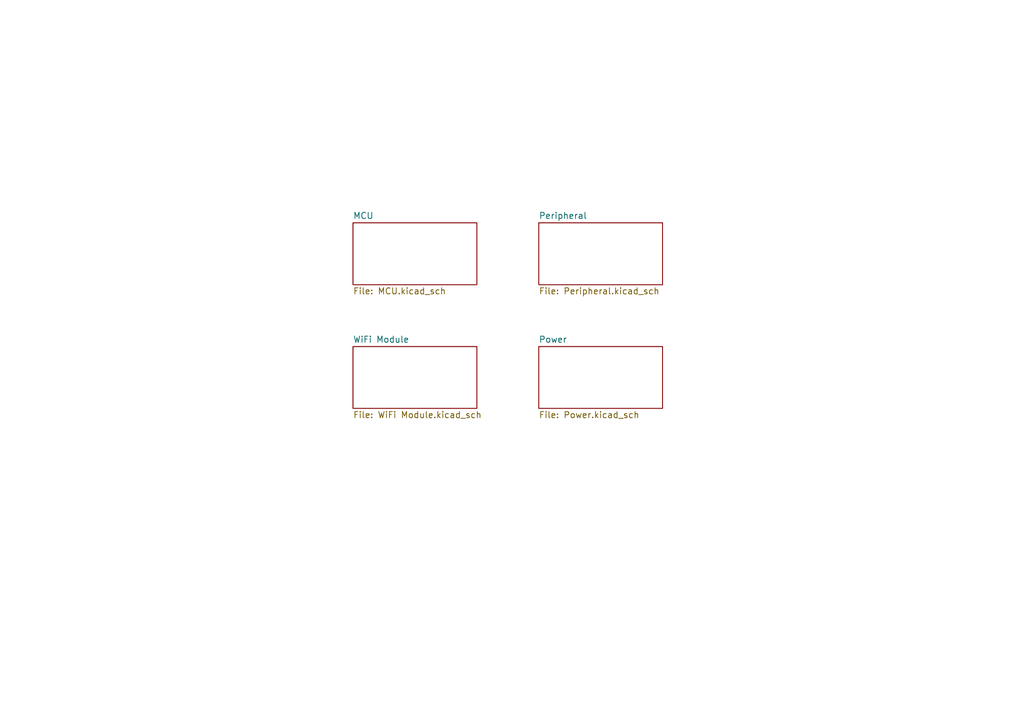
<source format=kicad_sch>
(kicad_sch
	(version 20250114)
	(generator "eeschema")
	(generator_version "9.0")
	(uuid "a13bf777-df69-4fca-a595-1655606de26c")
	(paper "A5")
	(title_block
		(title "ARM Seminar Board")
		(date "2025-05-12")
		(rev "1.0")
		(company "Robotics")
	)
	(lib_symbols)
	(sheet
		(at 110.49 71.12)
		(size 25.4 12.7)
		(exclude_from_sim no)
		(in_bom yes)
		(on_board yes)
		(dnp no)
		(fields_autoplaced yes)
		(stroke
			(width 0.1524)
			(type solid)
		)
		(fill
			(color 0 0 0 0.0000)
		)
		(uuid "152b59d9-b97f-4359-9ceb-93ad8b387c8a")
		(property "Sheetname" "Power"
			(at 110.49 70.4084 0)
			(effects
				(font
					(size 1.27 1.27)
				)
				(justify left bottom)
			)
		)
		(property "Sheetfile" "Power.kicad_sch"
			(at 110.49 84.4046 0)
			(effects
				(font
					(size 1.27 1.27)
				)
				(justify left top)
			)
		)
		(instances
			(project "ARM 세미나 보드"
				(path "/a13bf777-df69-4fca-a595-1655606de26c"
					(page "5")
				)
			)
		)
	)
	(sheet
		(at 110.49 45.72)
		(size 25.4 12.7)
		(exclude_from_sim no)
		(in_bom yes)
		(on_board yes)
		(dnp no)
		(fields_autoplaced yes)
		(stroke
			(width 0.1524)
			(type solid)
		)
		(fill
			(color 0 0 0 0.0000)
		)
		(uuid "775ef7db-5804-4ac1-9282-54ccd10ecf9a")
		(property "Sheetname" "Peripheral"
			(at 110.49 45.0084 0)
			(effects
				(font
					(size 1.27 1.27)
				)
				(justify left bottom)
			)
		)
		(property "Sheetfile" "Peripheral.kicad_sch"
			(at 110.49 59.0046 0)
			(effects
				(font
					(size 1.27 1.27)
				)
				(justify left top)
			)
		)
		(instances
			(project "ARM 세미나 보드"
				(path "/a13bf777-df69-4fca-a595-1655606de26c"
					(page "4")
				)
			)
		)
	)
	(sheet
		(at 72.39 71.12)
		(size 25.4 12.7)
		(exclude_from_sim no)
		(in_bom yes)
		(on_board yes)
		(dnp no)
		(fields_autoplaced yes)
		(stroke
			(width 0.1524)
			(type solid)
		)
		(fill
			(color 0 0 0 0.0000)
		)
		(uuid "b5274876-9229-45af-b9b9-2084afeb22e0")
		(property "Sheetname" "WiFi Module"
			(at 72.39 70.4084 0)
			(effects
				(font
					(size 1.27 1.27)
				)
				(justify left bottom)
			)
		)
		(property "Sheetfile" "WiFi Module.kicad_sch"
			(at 72.39 84.4046 0)
			(effects
				(font
					(size 1.27 1.27)
				)
				(justify left top)
			)
		)
		(instances
			(project "ARM 세미나 보드"
				(path "/a13bf777-df69-4fca-a595-1655606de26c"
					(page "3")
				)
			)
		)
	)
	(sheet
		(at 72.39 45.72)
		(size 25.4 12.7)
		(exclude_from_sim no)
		(in_bom yes)
		(on_board yes)
		(dnp no)
		(fields_autoplaced yes)
		(stroke
			(width 0.1524)
			(type solid)
		)
		(fill
			(color 0 0 0 0.0000)
		)
		(uuid "f513da9a-7c14-4f06-a8e4-d46bbba5d8cc")
		(property "Sheetname" "MCU"
			(at 72.39 45.0084 0)
			(effects
				(font
					(size 1.27 1.27)
				)
				(justify left bottom)
			)
		)
		(property "Sheetfile" "MCU.kicad_sch"
			(at 72.39 59.0046 0)
			(effects
				(font
					(size 1.27 1.27)
				)
				(justify left top)
			)
		)
		(instances
			(project "ARM 세미나 보드"
				(path "/a13bf777-df69-4fca-a595-1655606de26c"
					(page "2")
				)
			)
		)
	)
	(sheet_instances
		(path "/"
			(page "1")
		)
	)
	(embedded_fonts no)
)

</source>
